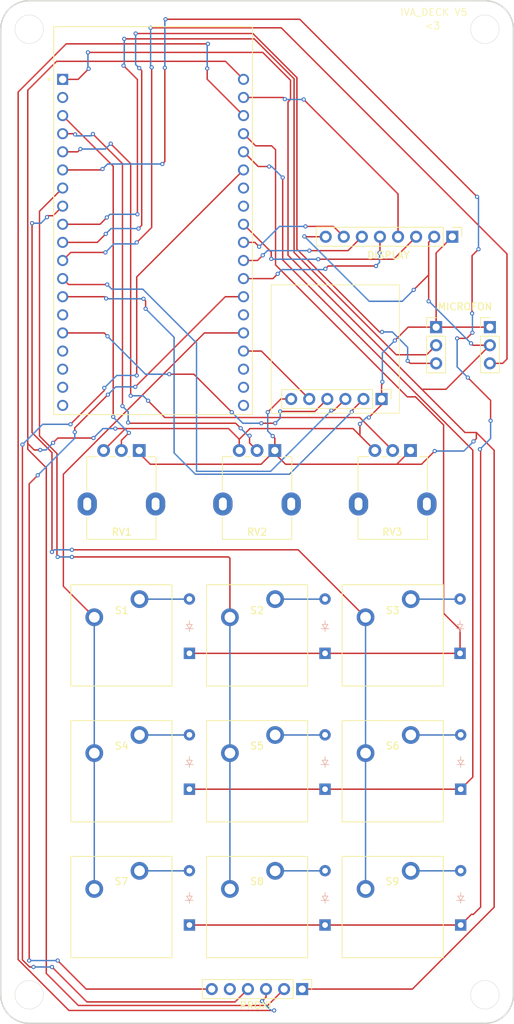
<source format=kicad_pcb>
(kicad_pcb (version 20240108) (generator "pcbnew") (generator_version "8.0")
  (layers (0 "F.Cu" signal) (31 "B.Cu" signal) (34 "B.Paste" user) (35 "F.Paste" user) (36 "B.SilkS" user "B.Silkscreen") (37 "F.SilkS" user "F.Silkscreen") (38 "B.Mask" user) (39 "F.Mask" user) (44 "Edge.Cuts" user))
  (net 0 "")
  (net 1 "row 1")
  (net 2 "Net-(D1-A)")
  (net 3 "Net-(D2-A)")
  (net 4 "Net-(D3-A)")
  (net 5 "Net-(D4-A)")
  (net 6 "row 2")
  (net 7 "Net-(D5-A)")
  (net 8 "Net-(D6-A)")
  (net 9 "row 3")
  (net 10 "Net-(D7-A)")
  (net 11 "Net-(D8-A)")
  (net 12 "Net-(D9-A)")
  (net 13 "vol 1")
  (net 14 "vol 2")
  (net 15 "vol 3")
  (net 16 "col 1")
  (net 17 "col 2")
  (net 18 "col 3")
  (net 19 "D_SDA")
  (net 20 "D_SCL")
  (net 21 "D_DC")
  (net 23 "D_RST")
  (net 27 "C_clk")
  (net 30 "M_SCK")
  (net 33 "M_WS")
  (net 34 "M_SD")
  (net 36 "P_SCL")
  (net 37 "C_vcc")
  (net 38 "C_gnd")
  (net 39 "C_cs")
  (net 40 "C_miso")
  (net 41 "C_mosi")
  (net 42 "P_XSHUT")
  (net 43 "vcc_5v")
  (net 44 "P_GPIO1")
  (net 45 "P_SDA")
  (net 46 "D_CS")
  (footprint "Potentiometer_THT:Potentiometer_Alpha_RD901F-40-00D_Single_Vertical" (layer "F.Cu") (at 99.45 78.075 -90)
    (property "Reference" "RV1")
    (property "Value" "R_Potentiometer" (hide yes))
  )
  (footprint "ScottoKeebs_MX:MX_PCB_1.00u" (layer "F.Cu") (at 96.95 104)
    (property "Reference" "S1")
    (property "Value" "Keyswitch")
  )
  (footprint "Potentiometer_THT:Potentiometer_Alpha_RD901F-40-00D_Single_Vertical" (layer "F.Cu") (at 137.55 78.075 -90)
    (property "Reference" "RV3")
    (property "Value" "R_Potentiometer" (hide yes))
  )
  (footprint "ESP32-DEVKITC-32D:MODULE_ESP32-DEVKITC-32D" (layer "F.Cu") (at 101.4 45.79)
    (property "Reference" "U3" (hide yes))
    (property "Value" "ESP32-DEVKITC-32D" (hide yes))
  )
  (footprint "Connector_PinHeader_2.54mm:PinHeader_1x03_P2.54mm_Vertical" (layer "F.Cu") (at 141.15 60.775)
    (property "Reference" "MICROFON")
    (property "Value" "IMNP441_stanga" (hide yes))
  )
  (footprint "Connector_PinHeader_2.54mm:PinHeader_1x06_P2.54mm_Vertical" (layer "F.Cu") (at 133.49 70.85 -90)
    (property "Reference" "J2" (hide yes))
    (property "Value" "Card_reader" (hide yes))
  )
  (footprint "Connector_PinHeader_2.54mm:PinHeader_1x08_P2.54mm_Vertical" (layer "F.Cu") (at 143.42 48.1 -90)
    (property "Reference" "DISPLAY")
    (property "Value" "ST7789" (hide yes))
  )
  (footprint "ScottoKeebs_MX:MX_PCB_1.00u" (layer "F.Cu") (at 135.05 123.05)
    (property "Reference" "S6")
    (property "Value" "Keyswitch")
  )
  (footprint "Connector_PinHeader_2.54mm:PinHeader_1x06_P2.54mm_Vertical" (layer "F.Cu") (at 122.34 153.6 -90)
    (property "Reference" "PROXI")
    (property "Value" "VL53L0X" (hide yes))
  )
  (footprint "ScottoKeebs_MX:MX_PCB_1.00u" (layer "F.Cu") (at 96.95 142.1)
    (property "Reference" "S7")
    (property "Value" "Keyswitch")
  )
  (footprint "ScottoKeebs_MX:MX_PCB_1.00u" (layer "F.Cu") (at 116 104)
    (property "Reference" "S2")
    (property "Value" "Keyswitch")
  )
  (footprint "ScottoKeebs_MX:MX_PCB_1.00u" (layer "F.Cu") (at 135.05 142.1)
    (property "Reference" "S9")
    (property "Value" "Keyswitch")
  )
  (footprint "Potentiometer_THT:Potentiometer_Alpha_RD901F-40-00D_Single_Vertical" (layer "F.Cu") (at 118.5 78.075 -90)
    (property "Reference" "RV2")
    (property "Value" "R_Potentiometer" (hide yes))
  )
  (footprint "Connector_PinHeader_2.54mm:PinHeader_1x03_P2.54mm_Vertical" (layer "F.Cu") (at 148.7 60.775)
    (property "Reference" "J4" (hide yes))
    (property "Value" "IMNP441_Dreapta" (hide yes))
  )
  (footprint "ScottoKeebs_MX:MX_PCB_1.00u" (layer "F.Cu") (at 116 123.05)
    (property "Reference" "S5")
    (property "Value" "Keyswitch")
  )
  (footprint "ScottoKeebs_MX:MX_PCB_1.00u" (layer "F.Cu") (at 135.05 104)
    (property "Reference" "S3")
    (property "Value" "Keyswitch")
  )
  (footprint "ScottoKeebs_MX:MX_PCB_1.00u" (layer "F.Cu") (at 116 142.1)
    (property "Reference" "S8")
    (property "Value" "Keyswitch")
  )
  (footprint "ScottoKeebs_MX:MX_PCB_1.00u" (layer "F.Cu") (at 96.95 123.05)
    (property "Reference" "S4")
    (property "Value" "Keyswitch")
  )
  (footprint "ScottoKeebs_Scotto:DO-35" (layer "B.Cu") (at 144.6 125.57 90)
    (property "Reference" "D6" (hide yes))
    (property "Value" "Diode" (hide yes))
  )
  (footprint "ScottoKeebs_Scotto:DO-35" (layer "B.Cu") (at 144.6 144.62 90)
    (property "Reference" "D9" (hide yes))
    (property "Value" "Diode" (hide yes))
  )
  (footprint "ScottoKeebs_Scotto:DO-35" (layer "B.Cu") (at 144.51 106.52 90)
    (property "Reference" "D3" (hide yes))
    (property "Value" "Diode" (hide yes))
  )
  (footprint "ScottoKeebs_Scotto:DO-35" (layer "B.Cu") (at 106.5 144.62 90)
    (property "Reference" "D7" (hide yes))
    (property "Value" "Diode" (hide yes))
  )
  (footprint "ScottoKeebs_Scotto:DO-35" (layer "B.Cu") (at 106.5 125.57 90)
    (property "Reference" "D4" (hide yes))
    (property "Value" "Diode" (hide yes))
  )
  (footprint "ScottoKeebs_Scotto:DO-35" (layer "B.Cu") (at 125.55 144.62 90)
    (property "Reference" "D8" (hide yes))
    (property "Value" "Diode" (hide yes))
  )
  (footprint "ScottoKeebs_Scotto:DO-35" (layer "B.Cu") (at 125.55 125.57 90)
    (property "Reference" "D5" (hide yes))
    (property "Value" "Diode" (hide yes))
  )
  (footprint "ScottoKeebs_Scotto:DO-35" (layer "B.Cu") (at 106.5 106.52 90)
    (property "Reference" "D1" (hide yes))
    (property "Value" "Diode" (hide yes))
  )
  (footprint "ScottoKeebs_Scotto:DO-35" (layer "B.Cu") (at 125.55 106.52 90)
    (property "Reference" "D2" (hide yes))
    (property "Value" "Diode" (hide yes))
  )
  (gr_line (start 135.99 54.85) (end 135.99 72.85) (stroke (width 0.1)) (layer "F.SilkS"))
  (gr_line (start 117.99 72.85) (end 117.99 54.85) (stroke (width 0.1)) (layer "F.SilkS"))
  (gr_line (start 117.99 54.85) (end 135.99 54.85) (stroke (width 0.1)) (layer "F.SilkS"))
  (gr_line (start 135.99 72.85) (end 117.99 72.85) (stroke (width 0.1)) (layer "F.SilkS"))
  (gr_arc (start 84 158.4) (mid 81.171573 157.228427) (end 80 154.4) (stroke (width 0.2)) (layer "Edge.Cuts"))
  (gr_circle (center 84 154.4) (end 86 154.4) (stroke (width 0.05)) (fill none) (layer "Edge.Cuts"))
  (gr_circle (center 84 19) (end 86 19) (stroke (width 0.05)) (fill none) (layer "Edge.Cuts"))
  (gr_circle (center 148 19) (end 150 19) (stroke (width 0.05)) (fill none) (layer "Edge.Cuts"))
  (gr_line (start 84 15) (end 148 15) (stroke (width 0.2)) (layer "Edge.Cuts"))
  (gr_arc (start 152 154.4) (mid 150.828427 157.228427) (end 148 158.4) (stroke (width 0.2)) (layer "Edge.Cuts"))
  (gr_circle (center 148 154.4) (end 150 154.4) (stroke (width 0.05)) (fill none) (layer "Edge.Cuts"))
  (gr_arc (start 80 19) (mid 81.171573 16.171573) (end 84 15) (stroke (width 0.2)) (layer "Edge.Cuts"))
  (gr_line (start 80 154.4) (end 80 19) (stroke (width 0.2)) (layer "Edge.Cuts"))
  (gr_line (start 148 158.4) (end 84 158.4) (stroke (width 0.2)) (layer "Edge.Cuts"))
  (gr_line (start 152 19) (end 152 154.4) (stroke (width 0.2)) (layer "Edge.Cuts"))
  (gr_arc (start 148 15) (mid 150.828427 16.171573) (end 152 19) (stroke (width 0.2)) (layer "Edge.Cuts"))
  (gr_text "IVA_DECK V5\n" (at 136.05 17.2 0) (layer "F.SilkS") (effects (font (size 1 1) (thickness 0.1)) (justify left bottom)))
  (gr_text "<3" (at 139.45 19.1 0) (layer "F.SilkS") (effects (font (size 1 1) (thickness 0.1)) (justify left bottom)))
  (segment (start 118.6 35.9) (end 118.05 35.35) (width 0.2) (layer "F.Cu") (net 1))
  (segment (start 144.51 106.52) (end 144.51 103.21) (width 0.2) (layer "F.Cu") (net 1))
  (segment (start 144.51 103.21) (end 142.2 100.9) (width 0.2) (layer "F.Cu") (net 1))
  (segment (start 115.8 35.35) (end 114.1 33.65) (width 0.2) (layer "F.Cu") (net 1))
  (segment (start 142.2 74.5) (end 138.25 70.55) (width 0.2) (layer "F.Cu") (net 1))
  (segment (start 118.6 52.05) (end 118.6 35.9) (width 0.2) (layer "F.Cu") (net 1))
  (segment (start 138.25 70.55) (end 137.1 70.55) (width 0.2) (layer "F.Cu") (net 1))
  (segment (start 106.5 106.52) (end 125.55 106.52) (width 0.2) (layer "F.Cu") (net 1))
  (segment (start 142.2 100.9) (end 142.2 74.5) (width 0.2) (layer "F.Cu") (net 1))
  (segment (start 118.05 35.35) (end 115.8 35.35) (width 0.2) (layer "F.Cu") (net 1))
  (segment (start 137.1 70.55) (end 118.6 52.05) (width 0.2) (layer "F.Cu") (net 1))
  (segment (start 125.55 106.52) (end 144.51 106.52) (width 0.2) (layer "F.Cu") (net 1))
  (segment (start 106.48 98.92) (end 106.5 98.9) (width 0.2) (layer "B.Cu") (net 2))
  (segment (start 99.49 98.92) (end 106.48 98.92) (width 0.2) (layer "B.Cu") (net 2))
  (segment (start 125.53 98.92) (end 125.55 98.9) (width 0.2) (layer "B.Cu") (net 3))
  (segment (start 118.54 98.92) (end 125.53 98.92) (width 0.2) (layer "B.Cu") (net 3))
  (segment (start 144.49 98.92) (end 144.51 98.9) (width 0.2) (layer "B.Cu") (net 4))
  (segment (start 137.59 98.92) (end 144.49 98.92) (width 0.2) (layer "B.Cu") (net 4))
  (segment (start 99.49 117.97) (end 106.48 117.97) (width 0.2) (layer "B.Cu") (net 5))
  (segment (start 106.48 117.97) (end 106.5 117.95) (width 0.2) (layer "B.Cu") (net 5))
  (segment (start 116.16 38.25) (end 114.1 36.19) (width 0.2) (layer "F.Cu") (net 6))
  (segment (start 138.415686 70.15) (end 138.4 70.15) (width 0.2) (layer "F.Cu") (net 6))
  (segment (start 144.6 125.57) (end 146.3 123.87) (width 0.2) (layer "F.Cu") (net 6))
  (segment (start 119.6 51.35) (end 119.6 39.8) (width 0.2) (layer "F.Cu") (net 6))
  (segment (start 117.7 38.25) (end 116.16 38.25) (width 0.2) (layer "F.Cu") (net 6))
  (segment (start 146.3 78.034314) (end 138.415686 70.15) (width 0.2) (layer "F.Cu") (net 6))
  (segment (start 125.55 125.57) (end 144.6 125.57) (width 0.2) (layer "F.Cu") (net 6))
  (segment (start 138.4 70.15) (end 119.6 51.35) (width 0.2) (layer "F.Cu") (net 6))
  (segment (start 146.3 123.87) (end 146.3 78.034314) (width 0.2) (layer "F.Cu") (net 6))
  (segment (start 106.5 125.57) (end 125.55 125.57) (width 0.2) (layer "F.Cu") (net 6))
  (via (at 119.6 39.8) (size 0.6) (drill 0.3) (layers "F.Cu" "B.Cu") (net 6))
  (via (at 117.7 38.25) (size 0.6) (drill 0.3) (layers "F.Cu" "B.Cu") (net 6))
  (segment (start 118.05 38.25) (end 117.7 38.25) (width 0.2) (layer "B.Cu") (net 6))
  (segment (start 119.6 39.8) (end 118.05 38.25) (width 0.2) (layer "B.Cu") (net 6))
  (segment (start 118.54 117.97) (end 125.53 117.97) (width 0.2) (layer "B.Cu") (net 7))
  (segment (start 125.53 117.97) (end 125.55 117.95) (width 0.2) (layer "B.Cu") (net 7))
  (segment (start 144.58 117.97) (end 144.6 117.95) (width 0.2) (layer "B.Cu") (net 8))
  (segment (start 137.59 117.97) (end 144.58 117.97) (width 0.2) (layer "B.Cu") (net 8))
  (segment (start 146.2 50.75) (end 147.1 49.85) (width 0.2) (layer "F.Cu") (net 9))
  (segment (start 122 17.6) (end 103.15 17.6) (width 0.2) (layer "F.Cu") (net 9))
  (segment (start 147.4 142.1) (end 146.38 143.12) (width 0.2) (layer "F.Cu") (net 9))
  (segment (start 94.17 38.73) (end 88.7 38.73) (width 0.2) (layer "F.Cu") (net 9))
  (segment (start 103.05 24.4) (end 103.05 37.55) (width 0.2) (layer "F.Cu") (net 9))
  (segment (start 147.4 78) (end 147.4 142.1) (width 0.2) (layer "F.Cu") (net 9))
  (segment (start 146.2 58.85) (end 146.2 50.75) (width 0.2) (layer "F.Cu") (net 9))
  (segment (start 144.1 62.35) (end 145.45 62.35) (width 0.2) (layer "F.Cu") (net 9))
  (segment (start 147.3 77.9) (end 147.4 78) (width 0.2) (layer "F.Cu") (net 9))
  (segment (start 146.38 143.12) (end 146.1 143.12) (width 0.2) (layer "F.Cu") (net 9))
  (segment (start 146.1 143.12) (end 144.6 144.62) (width 0.2) (layer "F.Cu") (net 9))
  (segment (start 146.9 42.5) (end 122 17.6) (width 0.2) (layer "F.Cu") (net 9))
  (segment (start 94.3 38.6) (end 94.17 38.73) (width 0.2) (layer "F.Cu") (net 9))
  (segment (start 148.8 73.9) (end 148.8 71.05) (width 0.2) (layer "F.Cu") (net 9))
  (segment (start 145.45 62.35) (end 146.25 61.55) (width 0.2) (layer "F.Cu") (net 9))
  (segment (start 125.55 144.62) (end 144.6 144.62) (width 0.2) (layer "F.Cu") (net 9))
  (segment (start 148.8 71.05) (end 145.6 67.85) (width 0.2) (layer "F.Cu") (net 9))
  (segment (start 103.05 37.55) (end 102.7 37.9) (width 0.2) (layer "F.Cu") (net 9))
  (segment (start 106.5 144.62) (end 125.55 144.62) (width 0.2) (layer "F.Cu") (net 9))
  (via (at 147.1 49.85) (size 0.6) (drill 0.3) (layers "F.Cu" "B.Cu") (net 9))
  (via (at 147.3 77.9) (size 0.6) (drill 0.3) (layers "F.Cu" "B.Cu") (net 9))
  (via (at 144.1 62.35) (size 0.6) (drill 0.3) (layers "F.Cu" "B.Cu") (net 9))
  (via (at 146.9 42.5) (size 0.6) (drill 0.3) (layers "F.Cu" "B.Cu") (net 9))
  (via (at 145.6 67.85) (size 0.6) (drill 0.3) (layers "F.Cu" "B.Cu") (net 9))
  (via (at 102.7 37.9) (size 0.6) (drill 0.3) (layers "F.Cu" "B.Cu") (net 9))
  (via (at 148.8 73.9) (size 0.6) (drill 0.3) (layers "F.Cu" "B.Cu") (net 9))
  (via (at 103.15 17.6) (size 0.6) (drill 0.3) (layers "F.Cu" "B.Cu") (net 9))
  (via (at 94.3 38.6) (size 0.6) (drill 0.3) (layers "F.Cu" "B.Cu") (net 9))
  (via (at 146.2 58.85) (size 0.6) (drill 0.3) (layers "F.Cu" "B.Cu") (net 9))
  (via (at 146.25 61.55) (size 0.6) (drill 0.3) (layers "F.Cu" "B.Cu") (net 9))
  (via (at 103.05 24.4) (size 0.6) (drill 0.3) (layers "F.Cu" "B.Cu") (net 9))
  (segment (start 146.25 61.55) (end 146.25 58.9) (width 0.2) (layer "B.Cu") (net 9))
  (segment (start 147.1 49.85) (end 147.1 42.7) (width 0.2) (layer "B.Cu") (net 9))
  (segment (start 147.1 42.7) (end 146.9 42.5) (width 0.2) (layer "B.Cu") (net 9))
  (segment (start 102.7 37.9) (end 95 37.9) (width 0.2) (layer "B.Cu") (net 9))
  (segment (start 146.25 58.9) (end 146.2 58.85) (width 0.2) (layer "B.Cu") (net 9))
  (segment (start 144.1 66.35) (end 144.1 62.35) (width 0.2) (layer "B.Cu") (net 9))
  (segment (start 95 37.9) (end 94.3 38.6) (width 0.2) (layer "B.Cu") (net 9))
  (segment (start 147.3 77.9) (end 148.8 76.4) (width 0.2) (layer "B.Cu") (net 9))
  (segment (start 148.8 76.4) (end 148.8 73.9) (width 0.2) (layer "B.Cu") (net 9))
  (segment (start 145.6 67.85) (end 144.1 66.35) (width 0.2) (layer "B.Cu") (net 9))
  (segment (start 103.05 17.7) (end 103.05 24.4) (width 0.2) (layer "B.Cu") (net 9))
  (segment (start 103.15 17.6) (end 103.05 17.7) (width 0.2) (layer "B.Cu") (net 9))
  (segment (start 99.49 137.02) (end 106.48 137.02) (width 0.2) (layer "B.Cu") (net 10))
  (segment (start 106.48 137.02) (end 106.5 137) (width 0.2) (layer "B.Cu") (net 10))
  (segment (start 118.54 137.02) (end 125.53 137.02) (width 0.2) (layer "B.Cu") (net 11))
  (segment (start 125.53 137.02) (end 125.55 137) (width 0.2) (layer "B.Cu") (net 11))
  (segment (start 144.58 137.02) (end 144.6 137) (width 0.2) (layer "B.Cu") (net 12))
  (segment (start 137.59 137.02) (end 144.58 137.02) (width 0.2) (layer "B.Cu") (net 12))
  (segment (start 96.95 76.65) (end 98 75.6) (width 0.2) (layer "F.Cu") (net 13))
  (segment (start 96.95 78.075) (end 96.95 76.65) (width 0.2) (layer "F.Cu") (net 13))
  (segment (start 95.8 38.21) (end 88.7 31.11) (width 0.2) (layer "F.Cu") (net 13))
  (segment (start 95.8 73.35) (end 95.8 38.21) (width 0.2) (layer "F.Cu") (net 13))
  (via (at 95.8 73.35) (size 0.6) (drill 0.3) (layers "F.Cu" "B.Cu") (net 13))
  (via (at 98 75.6) (size 0.6) (drill 0.3) (layers "F.Cu" "B.Cu") (net 13))
  (segment (start 98 75.6) (end 95.8 73.4) (width 0.2) (layer "B.Cu") (net 13))
  (segment (start 95.8 73.4) (end 95.8 73.35) (width 0.2) (layer "B.Cu") (net 13))
  (segment (start 97.1 71.85) (end 97.1 37.85) (width 0.2) (layer "F.Cu") (net 14))
  (segment (start 113.7 74.95) (end 113 74.25) (width 0.2) (layer "F.Cu") (net 14))
  (segment (start 113 74.25) (end 98 74.25) (width 0.2) (layer "F.Cu") (net 14))
  (segment (start 90.45 33.75) (end 90.35 33.65) (width 0.2) (layer "F.Cu") (net 14))
  (segment (start 97.1 37.85) (end 92.95 33.7) (width 0.2) (layer "F.Cu") (net 14))
  (segment (start 98 74.25) (end 97.9 74.15) (width 0.2) (layer "F.Cu") (net 14))
  (segment (start 90.35 33.65) (end 88.7 33.65) (width 0.2) (layer "F.Cu") (net 14))
  (segment (start 116 78.075) (end 114.95 77.025) (width 0.2) (layer "F.Cu") (net 14))
  (segment (start 114.95 77.025) (end 114.95 76) (width 0.2) (layer "F.Cu") (net 14))
  (via (at 92.95 33.7) (size 0.6) (drill 0.3) (layers "F.Cu" "B.Cu") (net 14))
  (via (at 97.1 71.85) (size 0.6) (drill 0.3) (layers "F.Cu" "B.Cu") (net 14))
  (via (at 90.45 33.75) (size 0.6) (drill 0.3) (layers "F.Cu" "B.Cu") (net 14))
  (via (at 97.9 74.15) (size 0.6) (drill 0.3) (layers "F.Cu" "B.Cu") (net 14))
  (via (at 114.95 76) (size 0.6) (drill 0.3) (layers "F.Cu" "B.Cu") (net 14))
  (via (at 113.7 74.95) (size 0.6) (drill 0.3) (layers "F.Cu" "B.Cu") (net 14))
  (segment (start 97.9 74.15) (end 97.9 72.65) (width 0.2) (layer "B.Cu") (net 14))
  (segment (start 90.45 33.75) (end 90.65 33.95) (width 0.2) (layer "B.Cu") (net 14))
  (segment (start 97.9 72.65) (end 97.1 71.85) (width 0.2) (layer "B.Cu") (net 14))
  (segment (start 90.65 33.95) (end 92.7 33.95) (width 0.2) (layer "B.Cu") (net 14))
  (segment (start 114.75 76) (end 113.7 74.95) (width 0.2) (layer "B.Cu") (net 14))
  (segment (start 114.95 76) (end 114.75 76) (width 0.2) (layer "B.Cu") (net 14))
  (segment (start 92.7 33.95) (end 92.95 33.7) (width 0.2) (layer "B.Cu") (net 14))
  (segment (start 91.2 35.8) (end 90.81 36.19) (width 0.2) (layer "F.Cu") (net 15))
  (segment (start 98.25 70.4) (end 98.25 37.85) (width 0.2) (layer "F.Cu") (net 15))
  (segment (start 90.81 36.19) (end 88.7 36.19) (width 0.2) (layer "F.Cu") (net 15))
  (segment (start 103.05 73.45) (end 100.7 71.1) (width 0.2) (layer "F.Cu") (net 15))
  (segment (start 130.425 73.45) (end 103.05 73.45) (width 0.2) (layer "F.Cu") (net 15))
  (segment (start 98.25 37.85) (end 95.45 35.05) (width 0.2) (layer "F.Cu") (net 15))
  (segment (start 135.05 78.075) (end 130.425 73.45) (width 0.2) (layer "F.Cu") (net 15))
  (via (at 91.2 35.8) (size 0.6) (drill 0.3) (layers "F.Cu" "B.Cu") (net 15))
  (via (at 95.45 35.05) (size 0.6) (drill 0.3) (layers "F.Cu" "B.Cu") (net 15))
  (via (at 98.25 70.4) (size 0.6) (drill 0.3) (layers "F.Cu" "B.Cu") (net 15))
  (via (at 100.7 71.1) (size 0.6) (drill 0.3) (layers "F.Cu" "B.Cu") (net 15))
  (segment (start 100 70.4) (end 98.25 70.4) (width 0.2) (layer "B.Cu") (net 15))
  (segment (start 91.2 35.8) (end 94.7 35.8) (width 0.2) (layer "B.Cu") (net 15))
  (segment (start 100.7 71.1) (end 100 70.4) (width 0.2) (layer "B.Cu") (net 15))
  (segment (start 94.7 35.8) (end 95.45 35.05) (width 0.2) (layer "B.Cu") (net 15))
  (segment (start 108.61 61.59) (end 114.1 61.59) (width 0.2) (layer "F.Cu") (net 16))
  (segment (start 88.8 97.12) (end 88.8 81.4) (width 0.2) (layer "F.Cu") (net 16))
  (segment (start 93.14 101.46) (end 88.8 97.12) (width 0.2) (layer "F.Cu") (net 16))
  (segment (start 88.8 81.4) (end 108.61 61.59) (width 0.2) (layer "F.Cu") (net 16))
  (segment (start 93.14 120.51) (end 93.14 139.56) (width 0.2) (layer "B.Cu") (net 16))
  (segment (start 93.14 101.46) (end 93.14 120.51) (width 0.2) (layer "B.Cu") (net 16))
  (segment (start 85.45 76.05) (end 85.45 44.52) (width 0.2) (layer "F.Cu") (net 17))
  (segment (start 85.45 44.52) (end 88.7 41.27) (width 0.2) (layer "F.Cu") (net 17))
  (segment (start 112 93) (end 90 93) (width 0.2) (layer "F.Cu") (net 17))
  (segment (start 112.19 97) (end 112.19 101.46) (width 0.2) (layer "F.Cu") (net 17))
  (segment (start 87.9 78.5) (end 85.45 76.05) (width 0.2) (layer "F.Cu") (net 17))
  (segment (start 112.19 97) (end 112.19 93.19) (width 0.2) (layer "F.Cu") (net 17))
  (segment (start 112.19 93.19) (end 112 93) (width 0.2) (layer "F.Cu") (net 17))
  (segment (start 87.9 92.9) (end 87.9 78.5) (width 0.2) (layer "F.Cu") (net 17))
  (segment (start 88 93) (end 87.9 92.9) (width 0.2) (layer "F.Cu") (net 17))
  (via (at 90 93) (size 0.6) (drill 0.3) (layers "F.Cu" "B.Cu") (net 17))
  (via (at 88 93) (size 0.6) (drill 0.3) (layers "F.Cu" "B.Cu") (net 17))
  (segment (start 112.19 120.51) (end 112.19 139.56) (width 0.2) (layer "B.Cu") (net 17))
  (segment (start 112.19 101.46) (end 112.19 120.51) (width 0.2) (layer "B.Cu") (net 17))
  (segment (start 90 93) (end 88 93) (width 0.2) (layer "B.Cu") (net 17))
  (segment (start 84.4 75.565686) (end 84.4 46.2) (width 0.2) (layer "F.Cu") (net 18))
  (segment (start 87.2 92.3) (end 87.2 81.117157) (width 0.2) (layer "F.Cu") (net 18))
  (segment (start 124.8 95.02) (end 121.78 92) (width 0.2) (layer "F.Cu") (net 18))
  (segment (start 86.7 45.15) (end 87.36 45.15) (width 0.2) (layer "F.Cu") (net 18))
  (segment (start 87.36 45.15) (end 88.7 43.81) (width 0.2) (layer "F.Cu") (net 18))
  (segment (start 121.78 92) (end 90 92) (width 0.2) (layer "F.Cu") (net 18))
  (segment (start 87.2 81.117157) (end 87.2 78.365686) (width 0.2) (layer "F.Cu") (net 18))
  (segment (start 87.2 78.365686) (end 84.4 75.565686) (width 0.2) (layer "F.Cu") (net 18))
  (segment (start 124.8 95.02) (end 131.24 101.46) (width 0.2) (layer "F.Cu") (net 18))
  (segment (start 86.5 45.35) (end 86.7 45.15) (width 0.2) (layer "F.Cu") (net 18))
  (via (at 84.4 46.2) (size 0.6) (drill 0.3) (layers "F.Cu" "B.Cu") (net 18))
  (via (at 90 92) (size 0.6) (drill 0.3) (layers "F.Cu" "B.Cu") (net 18))
  (via (at 86.5 45.35) (size 0.6) (drill 0.3) (layers "F.Cu" "B.Cu") (net 18))
  (via (at 87.2 92.3) (size 0.6) (drill 0.3) (layers "F.Cu" "B.Cu") (net 18))
  (segment (start 131.24 120.51) (end 131.24 139.56) (width 0.2) (layer "B.Cu") (net 18))
  (segment (start 131.24 101.46) (end 131.24 120.51) (width 0.2) (layer "B.Cu") (net 18))
  (segment (start 85.65 46.2) (end 86.5 45.35) (width 0.2) (layer "B.Cu") (net 18))
  (segment (start 87.2 92.3) (end 87.5 92) (width 0.2) (layer "B.Cu") (net 18))
  (segment (start 84.4 46.2) (end 85.65 46.2) (width 0.2) (layer "B.Cu") (net 18))
  (segment (start 87.5 92) (end 90 92) (width 0.2) (layer "B.Cu") (net 18))
  (segment (start 135.8 42.1) (end 122.55 28.85) (width 0.2) (layer "F.Cu") (net 19))
  (segment (start 135.8 48.1) (end 135.8 42.1) (width 0.2) (layer "F.Cu") (net 19))
  (segment (start 119.9 28.8) (end 119.67 28.57) (width 0.2) (layer "F.Cu") (net 19))
  (segment (start 119.67 28.57) (end 114.1 28.57) (width 0.2) (layer "F.Cu") (net 19))
  (via (at 122.55 28.85) (size 0.6) (drill 0.3) (layers "F.Cu" "B.Cu") (net 19))
  (via (at 119.9 28.8) (size 0.6) (drill 0.3) (layers "F.Cu" "B.Cu") (net 19))
  (segment (start 122.55 28.85) (end 119.95 28.85) (width 0.2) (layer "B.Cu") (net 19))
  (segment (start 119.95 28.85) (end 119.9 28.8) (width 0.2) (layer "B.Cu") (net 19))
  (segment (start 135.19 51.25) (end 124.6 51.25) (width 0.2) (layer "F.Cu") (net 20))
  (segment (start 138.34 48.1) (end 135.19 51.25) (width 0.2) (layer "F.Cu") (net 20))
  (segment (start 118 50.25) (end 114.1 46.35) (width 0.2) (layer "F.Cu") (net 20))
  (segment (start 118 51.2) (end 118 50.25) (width 0.2) (layer "F.Cu") (net 20))
  (via (at 118 51.2) (size 0.6) (drill 0.3) (layers "F.Cu" "B.Cu") (net 20))
  (via (at 124.6 51.25) (size 0.6) (drill 0.3) (layers "F.Cu" "B.Cu") (net 20))
  (segment (start 118.05 51.25) (end 118 51.2) (width 0.2) (layer "B.Cu") (net 20))
  (segment (start 124.6 51.25) (end 118.05 51.25) (width 0.2) (layer "B.Cu") (net 20))
  (segment (start 128.77 50.05) (end 123.35 50.05) (width 0.2) (layer "F.Cu") (net 21))
  (segment (start 116.07 51.43) (end 114.1 51.43) (width 0.2) (layer "F.Cu") (net 21))
  (segment (start 130.72 48.1) (end 128.77 50.05) (width 0.2) (layer "F.Cu") (net 21))
  (segment (start 116.8 50.7) (end 116.07 51.43) (width 0.2) (layer "F.Cu") (net 21))
  (via (at 123.35 50.05) (size 0.6) (drill 0.3) (layers "F.Cu" "B.Cu") (net 21))
  (via (at 116.8 50.7) (size 0.6) (drill 0.3) (layers "F.Cu" "B.Cu") (net 21))
  (segment (start 123.35 50.05) (end 117.45 50.05) (width 0.2) (layer "B.Cu") (net 21))
  (segment (start 117.45 50.05) (end 116.8 50.7) (width 0.2) (layer "B.Cu") (net 21))
  (segment (start 133.26 48.1) (end 133.26 50.29) (width 0.2) (layer "F.Cu") (net 23))
  (segment (start 132.7 52.2) (end 126 52.2) (width 0.2) (layer "F.Cu") (net 23))
  (segment (start 118.9 53.3) (end 118.23 53.97) (width 0.2) (layer "F.Cu") (net 23))
  (segment (start 118.23 53.97) (end 114.1 53.97) (width 0.2) (layer "F.Cu") (net 23))
  (segment (start 133.26 50.29) (end 133.2 50.35) (width 0.2) (layer "F.Cu") (net 23))
  (segment (start 126 52.2) (end 125.6 52.6) (width 0.2) (layer "F.Cu") (net 23))
  (via (at 132.7 52.2) (size 0.6) (drill 0.3) (layers "F.Cu" "B.Cu") (net 23))
  (via (at 118.9 53.3) (size 0.6) (drill 0.3) (layers "F.Cu" "B.Cu") (net 23))
  (via (at 133.2 50.35) (size 0.6) (drill 0.3) (layers "F.Cu" "B.Cu") (net 23))
  (via (at 125.6 52.6) (size 0.6) (drill 0.3) (layers "F.Cu" "B.Cu") (net 23))
  (segment (start 119.5 52.7) (end 118.9 53.3) (width 0.2) (layer "B.Cu") (net 23))
  (segment (start 133.2 50.35) (end 133.2 51.7) (width 0.2) (layer "B.Cu") (net 23))
  (segment (start 125.5 52.7) (end 119.5 52.7) (width 0.2) (layer "B.Cu") (net 23))
  (segment (start 125.6 52.6) (end 125.5 52.7) (width 0.2) (layer "B.Cu") (net 23))
  (segment (start 133.2 51.7) (end 132.7 52.2) (width 0.2) (layer "B.Cu") (net 23))
  (segment (start 94.95 54.8) (end 89.53 54.8) (width 0.2) (layer "F.Cu") (net 27))
  (segment (start 126.81 72.45) (end 126.45 72.45) (width 0.2) (layer "F.Cu") (net 27))
  (segment (start 128.41 70.85) (end 126.81 72.45) (width 0.2) (layer "F.Cu") (net 27))
  (segment (start 89.53 54.8) (end 88.7 53.97) (width 0.2) (layer "F.Cu") (net 27))
  (via (at 126.45 72.45) (size 0.6) (drill 0.3) (layers "F.Cu" "B.Cu") (net 27))
  (via (at 94.95 54.8) (size 0.6) (drill 0.3) (layers "F.Cu" "B.Cu") (net 27))
  (segment (start 107.5 81) (end 107.5 63) (width 0.2) (layer "B.Cu") (net 27))
  (segment (start 95.6 55.45) (end 94.95 54.8) (width 0.2) (layer "B.Cu") (net 27))
  (segment (start 117.9 81) (end 107.5 81) (width 0.2) (layer "B.Cu") (net 27))
  (segment (start 107.5 63) (end 99.95 55.45) (width 0.2) (layer "B.Cu") (net 27))
  (segment (start 99.95 55.45) (end 95.6 55.45) (width 0.2) (layer "B.Cu") (net 27))
  (segment (start 126.45 72.45) (end 117.9 81) (width 0.2) (layer "B.Cu") (net 27))
  (segment (start 133.2 61.45) (end 121.6 49.85) (width 0.2) (layer "F.Cu") (net 30))
  (segment (start 93.56 48.89) (end 88.7 48.89) (width 0.2) (layer "F.Cu") (net 30))
  (segment (start 141.15 65.855) (end 137.505 65.855) (width 0.2) (layer "F.Cu") (net 30))
  (segment (start 99.45 24.45) (end 99.8 24.8) (width 0.2) (layer "F.Cu") (net 30))
  (segment (start 121.6 25.784314) (end 115.415686 19.6) (width 0.2) (layer "F.Cu") (net 30))
  (segment (start 137.505 65.855) (end 137.15 65.5) (width 0.2) (layer "F.Cu") (net 30))
  (segment (start 121.6 49.85) (end 121.6 25.784314) (width 0.2) (layer "F.Cu") (net 30))
  (segment (start 99.8 24.8) (end 99.8 46.5) (width 0.2) (layer "F.Cu") (net 30))
  (segment (start 133.55 61.45) (end 133.2 61.45) (width 0.2) (layer "F.Cu") (net 30))
  (segment (start 115.415686 19.6) (end 98.95 19.6) (width 0.2) (layer "F.Cu") (net 30))
  (segment (start 99.8 46.5) (end 99.35 46.95) (width 0.2) (layer "F.Cu") (net 30))
  (segment (start 94.75 47.7) (end 93.56 48.89) (width 0.2) (layer "F.Cu") (net 30))
  (via (at 94.75 47.7) (size 0.6) (drill 0.3) (layers "F.Cu" "B.Cu") (net 30))
  (via (at 99.35 46.95) (size 0.6) (drill 0.3) (layers "F.Cu" "B.Cu") (net 30))
  (via (at 99.45 24.45) (size 0.6) (drill 0.3) (layers "F.Cu" "B.Cu") (net 30))
  (via (at 98.95 19.6) (size 0.6) (drill 0.3) (layers "F.Cu" "B.Cu") (net 30))
  (via (at 137.15 65.5) (size 0.6) (drill 0.3) (layers "F.Cu" "B.Cu") (net 30))
  (via (at 133.55 61.45) (size 0.6) (drill 0.3) (layers "F.Cu" "B.Cu") (net 30))
  (segment (start 99.35 46.95) (end 95.5 46.95) (width 0.2) (layer "B.Cu") (net 30))
  (segment (start 95.5 46.95) (end 94.75 47.7) (width 0.2) (layer "B.Cu") (net 30))
  (segment (start 98.95 19.6) (end 98.95 23.95) (width 0.2) (layer "B.Cu") (net 30))
  (segment (start 134.998529 61.45) (end 133.55 61.45) (width 0.2) (layer "B.Cu") (net 30))
  (segment (start 137.15 63.601471) (end 134.998529 61.45) (width 0.2) (layer "B.Cu") (net 30))
  (segment (start 137.15 65.5) (end 137.15 63.601471) (width 0.2) (layer "B.Cu") (net 30))
  (segment (start 98.95 23.95) (end 99.45 24.45) (width 0.2) (layer "B.Cu") (net 30))
  (segment (start 99.2 26.05) (end 99.2 44.95) (width 0.2) (layer "F.Cu") (net 33))
  (segment (start 139.815 64.65) (end 135.55 64.65) (width 0.2) (layer "F.Cu") (net 33))
  (segment (start 135.55 64.65) (end 121.2 50.3) (width 0.2) (layer "F.Cu") (net 33))
  (segment (start 97.25 24.1) (end 99.2 26.05) (width 0.2) (layer "F.Cu") (net 33))
  (segment (start 94.9 45.4) (end 93.95 46.35) (width 0.2) (layer "F.Cu") (net 33))
  (segment (start 141.15 63.315) (end 139.815 64.65) (width 0.2) (layer "F.Cu") (net 33))
  (segment (start 121.2 25.95) (end 115.6 20.35) (width 0.2) (layer "F.Cu") (net 33))
  (segment (start 93.95 46.35) (end 88.7 46.35) (width 0.2) (layer "F.Cu") (net 33))
  (segment (start 115.6 20.35) (end 97.35 20.35) (width 0.2) (layer "F.Cu") (net 33))
  (segment (start 121.2 50.3) (end 121.2 25.95) (width 0.2) (layer "F.Cu") (net 33))
  (via (at 97.35 20.35) (size 0.6) (drill 0.3) (layers "F.Cu" "B.Cu") (net 33))
  (via (at 94.9 45.4) (size 0.6) (drill 0.3) (layers "F.Cu" "B.Cu") (net 33))
  (via (at 99.2 44.95) (size 0.6) (drill 0.3) (layers "F.Cu" "B.Cu") (net 33))
  (via (at 97.25 24.1) (size 0.6) (drill 0.3) (layers "F.Cu" "B.Cu") (net 33))
  (segment (start 97.35 20.35) (end 97.35 24) (width 0.2) (layer "B.Cu") (net 33))
  (segment (start 95.35 44.95) (end 94.9 45.4) (width 0.2) (layer "B.Cu") (net 33))
  (segment (start 99.2 44.95) (end 95.35 44.95) (width 0.2) (layer "B.Cu") (net 33))
  (segment (start 97.35 24) (end 97.25 24.1) (width 0.2) (layer "B.Cu") (net 33))
  (segment (start 151.1 65.25) (end 151.1 50.5) (width 0.2) (layer "F.Cu") (net 34))
  (segment (start 148.7 65.855) (end 150.495 65.855) (width 0.2) (layer "F.Cu") (net 34))
  (segment (start 101.2 24.35) (end 101.2 46.8) (width 0.2) (layer "F.Cu") (net 34))
  (segment (start 151.1 50.5) (end 119.4 18.8) (width 0.2) (layer "F.Cu") (net 34))
  (segment (start 94.7 50.3) (end 89.83 50.3) (width 0.2) (layer "F.Cu") (net 34))
  (segment (start 89.83 50.3) (end 88.7 51.43) (width 0.2) (layer "F.Cu") (net 34))
  (segment (start 150.495 65.855) (end 151.1 65.25) (width 0.2) (layer "F.Cu") (net 34))
  (segment (start 101.2 46.8) (end 99.1 48.9) (width 0.2) (layer "F.Cu") (net 34))
  (segment (start 119.4 18.8) (end 101.05 18.8) (width 0.2) (layer "F.Cu") (net 34))
  (via (at 94.7 50.3) (size 0.6) (drill 0.3) (layers "F.Cu" "B.Cu") (net 34))
  (via (at 101.2 24.35) (size 0.6) (drill 0.3) (layers "F.Cu" "B.Cu") (net 34))
  (via (at 99.1 48.9) (size 0.6) (drill 0.3) (layers "F.Cu" "B.Cu") (net 34))
  (via (at 101.05 18.8) (size 0.6) (drill 0.3) (layers "F.Cu" "B.Cu") (net 34))
  (segment (start 101.05 18.8) (end 101.05 24.2) (width 0.2) (layer "B.Cu") (net 34))
  (segment (start 98.9 49.1) (end 95.9 49.1) (width 0.2) (layer "B.Cu") (net 34))
  (segment (start 99.1 48.9) (end 98.9 49.1) (width 0.2) (layer "B.Cu") (net 34))
  (segment (start 101.05 24.2) (end 101.2 24.35) (width 0.2) (layer "B.Cu") (net 34))
  (segment (start 95.9 49.1) (end 94.7 50.3) (width 0.2) (layer "B.Cu") (net 34))
  (segment (start 109 24.5) (end 109 26.01) (width 0.2) (layer "F.Cu") (net 36))
  (segment (start 118.426346 156.6) (end 118.4 156.6) (width 0.2) (layer "F.Cu") (net 36))
  (segment (start 82.45 27.8) (end 89.2 21.05) (width 0.2) (layer "F.Cu") (net 36))
  (segment (start 82.45 149.464215) (end 82.45 27.8) (width 0.2) (layer "F.Cu") (net 36))
  (segment (start 118.4 156.6) (end 89.585785 156.6) (width 0.2) (layer "F.Cu") (net 36))
  (segment (start 109 26.01) (end 114.1 31.11) (width 0.2) (layer "F.Cu") (net 36))
  (segment (start 89.585785 156.6) (end 82.45 149.464215) (width 0.2) (layer "F.Cu") (net 36))
  (segment (start 89.2 21.05) (end 109.1 21.05) (width 0.2) (layer "F.Cu") (net 36))
  (segment (start 117.26 154.74) (end 116.7 155.3) (width 0.2) (layer "F.Cu") (net 36))
  (segment (start 117.26 153.6) (end 117.26 154.74) (width 0.2) (layer "F.Cu") (net 36))
  (via (at 118.4 156.6) (size 0.6) (drill 0.3) (layers "F.Cu" "B.Cu") (net 36))
  (via (at 109.1 21.05) (size 0.6) (drill 0.3) (layers "F.Cu" "B.Cu") (net 36))
  (via (at 116.7 155.3) (size 0.6) (drill 0.3) (layers "F.Cu" "B.Cu") (net 36))
  (via (at 109 24.5) (size 0.6) (drill 0.3) (layers "F.Cu" "B.Cu") (net 36))
  (segment (start 109.1 21.05) (end 109 21.15) (width 0.2) (layer "B.Cu") (net 36))
  (segment (start 118 156.6) (end 118.4 156.6) (width 0.2) (layer "B.Cu") (net 36))
  (segment (start 116.7 155.3) (end 118 156.6) (width 0.2) (layer "B.Cu") (net 36))
  (segment (start 109 21.15) (end 109 24.5) (width 0.2) (layer "B.Cu") (net 36))
  (segment (start 118.2 76.05) (end 118.5 76.35) (width 0.2) (layer "F.Cu") (net 37))
  (segment (start 146.05 63.05) (end 146.315 63.315) (width 0.2) (layer "F.Cu") (net 37))
  (segment (start 99.45 78.45) (end 101 80) (width 0.2) (layer "F.Cu") (net 37))
  (segment (start 140.1 53.45) (end 140.1 52.4) (width 0.2) (layer "F.Cu") (net 37))
  (segment (start 145.2 75.55) (end 138.675 69.025) (width 0.2) (layer "F.Cu") (net 37))
  (segment (start 137.82 153.6) (end 149.3 142.12) (width 0.2) (layer "F.Cu") (net 37))
  (segment (start 149.3 78.05) (end 146.8 75.55) (width 0.2) (layer "F.Cu") (net 37))
  (segment (start 135.625 80) (end 137.55 78.075) (width 0.2) (layer "F.Cu") (net 37))
  (segment (start 120.7 26.15) (end 116.8 22.25) (width 0.2) (layer "F.Cu") (net 37))
  (segment (start 146.8 76.4) (end 146.8 75.55) (width 0.2) (layer "F.Cu") (net 37))
  (segment (start 106 80) (end 116.575 80) (width 0.2) (layer "F.Cu") (net 37))
  (segment (start 120.35 50.7) (end 120.35 29.198529) (width 0.2) (layer "F.Cu") (net 37))
  (segment (start 116.575 80) (end 118.5 78.075) (width 0.2) (layer "F.Cu") (net 37))
  (segment (start 140.88 48.1) (end 140.1 48.88) (width 0.2) (layer "F.Cu") (net 37))
  (segment (start 120.35 29.198529) (end 120.7 28.848529) (width 0.2) (layer "F.Cu") (net 37))
  (segment (start 148.7 63.315) (end 142.525 69.49) (width 0.2) (layer "F.Cu") (net 37))
  (segment (start 138 55.55) (end 140.1 53.45) (width 0.2) (layer "F.Cu") (net 37))
  (segment (start 139.14 69.49) (end 138.675 69.025) (width 0.2) (layer "F.Cu") (net 37))
  (segment (start 142.525 69.49) (end 139.14 69.49) (width 0.2) (layer "F.Cu") (net 37))
  (segment (start 122.34 153.6) (end 137.82 153.6) (width 0.2) (layer "F.Cu") (net 37))
  (segment (start 146.4 76.8) (end 146.8 76.4) (width 0.2) (layer "F.Cu") (net 37))
  (segment (start 120.7 28.848529) (end 120.7 26.15) (width 0.2) (layer "F.Cu") (net 37))
  (segment (start 146.315 63.315) (end 148.7 63.315) (width 0.2) (layer "F.Cu") (net 37))
  (segment (start 135.625 80) (end 139.1 80) (width 0.2) (layer "F.Cu") (net 37))
  (segment (start 101 80) (end 106 80) (width 0.2) (layer "F.Cu") (net 37))
  (segment (start 120 80) (end 135.625 80) (width 0.2) (layer "F.Cu") (net 37))
  (segment (start 99.45 78.075) (end 99.45 78.45) (width 0.2) (layer "F.Cu") (net 37))
  (segment (start 118.5 78.075) (end 118.5 78.5) (width 0.2) (layer "F.Cu") (net 37))
  (segment (start 139.1 80) (end 140.95 78.15) (width 0.2) (layer "F.Cu") (net 37))
  (segment (start 146.8 75.55) (end 145.2 75.55) (width 0.2) (layer "F.Cu") (net 37))
  (segment (start 120.79 70.85) (end 119.35 70.85) (width 0.2) (layer "F.Cu") (net 37))
  (segment (start 140.1 52.4) (end 140.1 57.15) (width 0.2) (layer "F.Cu") (net 37))
  (segment (start 90.87 26.03) (end 88.7 26.03) (width 0.2) (layer "F.Cu") (net 37))
  (segment (start 122.65 48.05) (end 122.7 48.1) (width 0.2) (layer "F.Cu") (net 37))
  (segment (start 118.5 76.35) (end 118.5 78.075) (width 0.2) (layer "F.Cu") (net 37))
  (segment (start 149.3 142.12) (end 149.3 78.05) (width 0.2) (layer "F.Cu") (net 37))
  (segment (start 116.8 22.25) (end 92.25 22.25) (width 0.2) (layer "F.Cu") (net 37))
  (segment (start 118.5 78.5) (end 120 80) (width 0.2) (layer "F.Cu") (net 37))
  (segment (start 122.7 48.1) (end 125.64 48.1) (width 0.2) (layer "F.Cu") (net 37))
  (segment (start 140.1 48.88) (end 140.1 52.4) (width 0.2) (layer "F.Cu") (net 37))
  (segment (start 92.35 24.55) (end 90.87 26.03) (width 0.2) (layer "F.Cu") (net 37))
  (segment (start 119.35 70.85) (end 117.5 72.7) (width 0.2) (layer "F.Cu") (net 37))
  (segment (start 138.675 69.025) (end 120.35 50.7) (width 0.2) (layer "F.Cu") (net 37))
  (via (at 138 55.55) (size 0.6) (drill 0.3) (layers "F.Cu" "B.Cu") (net 37))
  (via (at 92.25 22.25) (size 0.6) (drill 0.3) (layers "F.Cu" "B.Cu") (net 37))
  (via (at 146.4 76.8) (size 0.6) (drill 0.3) (layers "F.Cu" "B.Cu") (net 37))
  (via (at 140.1 57.15) (size 0.6) (drill 0.3) (layers "F.Cu" "B.Cu") (net 37))
  (via (at 92.35 24.55) (size 0.6) (drill 0.3) (layers "F.Cu" "B.Cu") (net 37))
  (via (at 118.2 76.05) (size 0.6) (drill 0.3) (layers "F.Cu" "B.Cu") (net 37))
  (via (at 122.65 48.05) (size 0.6) (drill 0.3) (layers "F.Cu" "B.Cu") (net 37))
  (via (at 140.95 78.15) (size 0.6) (drill 0.3) (layers "F.Cu" "B.Cu") (net 37))
  (via (at 146.05 63.05) (size 0.6) (drill 0.3) (layers "F.Cu" "B.Cu") (net 37))
  (via (at 117.5 72.7) (size 0.6) (drill 0.3) (layers "F.Cu" "B.Cu") (net 37))
  (segment (start 92.25 22.25) (end 92.25 24.45) (width 0.2) (layer "B.Cu") (net 37))
  (segment (start 145.05 78.15) (end 146.4 76.8) (width 0.2) (layer "B.Cu") (net 37))
  (segment (start 131.75 57.15) (end 136.4 57.15) (width 0.2) (layer "B.Cu") (net 37))
  (segment (start 136.4 57.15) (end 138 55.55) (width 0.2) (layer "B.Cu") (net 37))
  (segment (start 140.1 57.15) (end 140.15 57.15) (width 0.2) (layer "B.Cu") (net 37))
  (segment (start 92.25 24.45) (end 92.35 24.55) (width 0.2) (layer "B.Cu") (net 37))
  (segment (start 117.5 75.35) (end 118.2 76.05) (width 0.2) (layer "B.Cu") (net 37))
  (segment (start 122.65 48.05) (end 131.75 57.15) (width 0.2) (layer "B.Cu") (net 37))
  (segment (start 140.95 78.15) (end 145.05 78.15) (width 0.2) (layer "B.Cu") (net 37))
  (segment (start 117.5 72.7) (end 117.5 75.35) (width 0.2) (layer "B.Cu") (net 37))
  (segment (start 140.15 57.15) (end 146.05 63.05) (width 0.2) (layer "B.Cu") (net 37))
  (segment (start 141.15 60.775) (end 137.225 60.775) (width 0.2) (layer "F.Cu") (net 38))
  (segment (start 83.8 27.55) (end 87.85 23.5) (width 0.2) (layer "F.Cu") (net 38))
  (segment (start 86.4 151.4) (end 86.4 80.5) (width 0.2) (layer "F.Cu") (net 38))
  (segment (start 83.8 77.1) (end 83.8 27.55) (width 0.2) (layer "F.Cu") (net 38))
  (segment (start 130.5375 76.0625) (end 132.55 78.075) (width 0.2) (layer "F.Cu") (net 38))
  (segment (start 130.45 75.975) (end 130.5375 76.0625) (width 0.2) (layer "F.Cu") (net 38))
  (segment (start 112 75) (end 113.5 76.5) (width 0.2) (layer "F.Cu") (net 38))
  (segment (start 130.45 74.35) (end 130.45 75.975) (width 0.2) (layer "F.Cu") (net 38))
  (segment (start 141.15 60.775) (end 141.15 50.37) (width 0.2) (layer "F.Cu") (net 38))
  (segment (start 88.024265 76.325735) (end 87.35 77) (width 0.2) (layer "F.Cu") (net 38))
  (segment (start 85.55 78) (end 84.7 78) (width 0.2) (layer "F.Cu") (net 38))
  (segment (start 133.6 68.75) (end 133.49 68.86) (width 0.2) (layer "F.Cu") (net 38))
  (segment (start 133.49 70.85) (end 133.49 71.66) (width 0.2) (layer "F.Cu") (net 38))
  (segment (start 133.49 71.66) (end 131.7 73.45) (width 0.2) (layer "F.Cu") (net 38))
  (segment (start 97.65 75) (end 112 75) (width 0.2) (layer "F.Cu") (net 38))
  (segment (start 111.57 23.5) (end 114.1 26.03) (width 0.2) (layer "F.Cu") (net 38))
  (segment (start 115 75) (end 129.475 75) (width 0.2) (layer "F.Cu") (net 38))
  (segment (start 97.65 75) (end 96.1 75) (width 0.2) (layer "F.Cu") (net 38))
  (segment (start 86.4 80.5) (end 83.8 77.9) (width 0.2) (layer "F.Cu") (net 38))
  (segment (start 90.9 155.9) (end 86.4 151.4) (width 0.2) (layer "F.Cu") (net 38))
  (segment (start 119.8 153.6) (end 117.5 155.9) (width 0.2) (layer "F.Cu") (net 38))
  (segment (start 133.49 68.86) (end 133.49 70.85) (width 0.2) (layer "F.Cu") (net 38))
  (segment (start 129.475 75) (end 130.5375 76.0625) (width 0.2) (layer "F.Cu") (net 38))
  (segment (start 117.5 155.9) (end 90.9 155.9) (width 0.2) (layer "F.Cu") (net 38))
  (segment (start 93.025735 76.325735) (end 88.024265 76.325735) (width 0.2) (layer "F.Cu") (net 38))
  (segment (start 113.5 76.5) (end 115 75) (width 0.2) (layer "F.Cu") (net 38))
  (segment (start 137.225 60.775) (end 135.35 62.65) (width 0.2) (layer "F.Cu") (net 38))
  (segment (start 87.85 23.5) (end 111.57 23.5) (width 0.2) (layer "F.Cu") (net 38))
  (segment (start 141.15 50.37) (end 143.42 48.1) (width 0.2) (layer "F.Cu") (net 38))
  (segment (start 84.7 78) (end 83.8 77.1) (width 0.2) (layer "F.Cu") (net 38))
  (segment (start 113.5 76.5) (end 113.5 78.075) (width 0.2) (layer "F.Cu") (net 38))
  (segment (start 148.7 60.775) (end 141.15 60.775) (width 0.2) (layer "F.Cu") (net 38))
  (segment (start 83.8 77.9) (end 83.8 77.1) (width 0.2) (layer "F.Cu") (net 38))
  (segment (start 94.45 78.075) (end 97.525 75) (width 0.2) (layer "F.Cu") (net 38))
  (segment (start 97.525 75) (end 97.65 75) (width 0.2) (layer "F.Cu") (net 38))
  (segment (start 133.6 68.45) (end 133.6 68.75) (width 0.2) (layer "F.Cu") (net 38))
  (via (at 87.35 77) (size 0.6) (drill 0.3) (layers "F.Cu" "B.Cu") (net 38))
  (via (at 133.6 68.45) (size 0.6) (drill 0.3) (layers "F.Cu" "B.Cu") (net 38))
  (via (at 85.55 78) (size 0.6) (drill 0.3) (layers "F.Cu" "B.Cu") (net 38))
  (via (at 96.1 75) (size 0.6) (drill 0.3) (layers "F.Cu" "B.Cu") (net 38))
  (via (at 131.7 73.45) (size 0.6) (drill 0.3) (layers "F.Cu" "B.Cu") (net 38))
  (via (at 93.025735 76.325735) (size 0.6) (drill 0.3) (layers "F.Cu" "B.Cu") (net 38))
  (via (at 135.35 62.65) (size 0.6) (drill 0.3) (layers "F.Cu" "B.Cu") (net 38))
  (via (at 130.45 74.35) (size 0.6) (drill 0.3) (layers "F.Cu" "B.Cu") (net 38))
  (segment (start 135.35 62.65) (end 133.6 64.4) (width 0.2) (layer "B.Cu") (net 38))
  (segment (start 133.6 64.4) (end 133.6 68.45) (width 0.2) (layer "B.Cu") (net 38))
  (segment (start 131.35 73.45) (end 130.45 74.35) (width 0.2) (layer "B.Cu") (net 38))
  (segment (start 131.7 73.45) (end 131.35 73.45) (width 0.2) (layer "B.Cu") (net 38))
  (segment (start 86.35 78) (end 85.55 78) (width 0.2) (layer "B.Cu") (net 38))
  (segment (start 96.1 75) (end 94.35147 75) (width 0.2) (layer "B.Cu") (net 38))
  (segment (start 87.35 77) (end 86.35 78) (width 0.2) (layer "B.Cu") (net 38))
  (segment (start 94.35147 75) (end 93.025735 76.325735) (width 0.2) (layer "B.Cu") (net 38))
  (segment (start 123.33 70.85) (end 116.61 64.13) (width 0.2) (layer "F.Cu") (net 39))
  (segment (start 116.61 64.13) (end 114.1 64.13) (width 0.2) (layer "F.Cu") (net 39))
  (segment (start 94.8 56.75) (end 94.56 56.51) (width 0.2) (layer "F.Cu") (net 40))
  (segment (start 94.56 56.51) (end 88.7 56.51) (width 0.2) (layer "F.Cu") (net 40))
  (segment (start 129.3 72.5) (end 129.3 72.65) (width 0.2) (layer "F.Cu") (net 40))
  (segment (start 100.35 57.1) (end 100.05 56.8) (width 0.2) (layer "F.Cu") (net 40))
  (segment (start 130.95 70.85) (end 129.3 72.5) (width 0.2) (layer "F.Cu") (net 40))
  (segment (start 100.35 58.2) (end 100.35 57.1) (width 0.2) (layer "F.Cu") (net 40))
  (via (at 100.05 56.8) (size 0.6) (drill 0.3) (layers "F.Cu" "B.Cu") (net 40))
  (via (at 94.8 56.75) (size 0.6) (drill 0.3) (layers "F.Cu" "B.Cu") (net 40))
  (via (at 129.3 72.65) (size 0.6) (drill 0.3) (layers "F.Cu" "B.Cu") (net 40))
  (via (at 100.35 58.2) (size 0.6) (drill 0.3) (layers "F.Cu" "B.Cu") (net 40))
  (segment (start 94.85 56.8) (end 94.8 56.75) (width 0.2) (layer "B.Cu") (net 40))
  (segment (start 129.3 72.65) (end 120.55 81.4) (width 0.2) (layer "B.Cu") (net 40))
  (segment (start 104.35 62.2) (end 100.35 58.2) (width 0.2) (layer "B.Cu") (net 40))
  (segment (start 100.05 56.8) (end 94.85 56.8) (width 0.2) (layer "B.Cu") (net 40))
  (segment (start 104.35 78.415685) (end 104.35 62.2) (width 0.2) (layer "B.Cu") (net 40))
  (segment (start 107.334315 81.4) (end 104.35 78.415685) (width 0.2) (layer "B.Cu") (net 40))
  (segment (start 120.55 81.4) (end 107.334315 81.4) (width 0.2) (layer "B.Cu") (net 40))
  (segment (start 124.12 72.6) (end 119.25 72.6) (width 0.2) (layer "F.Cu") (net 41))
  (segment (start 94.54 61.59) (end 88.7 61.59) (width 0.2) (layer "F.Cu") (net 41))
  (segment (start 107.124265 67.374265) (end 103.674265 67.374265) (width 0.2) (layer "F.Cu") (net 41))
  (segment (start 118.55 74.25) (end 116.6 74.25) (width 0.2) (layer "F.Cu") (net 41))
  (segment (start 112.45 72.7) (end 107.124265 67.374265) (width 0.2) (layer "F.Cu") (net 41))
  (segment (start 95 62.05) (end 94.54 61.59) (width 0.2) (layer "F.Cu") (net 41))
  (segment (start 125.87 70.85) (end 124.12 72.6) (width 0.2) (layer "F.Cu") (net 41))
  (via (at 112.45 72.7) (size 0.6) (drill 0.3) (layers "F.Cu" "B.Cu") (net 41))
  (via (at 118.55 74.25) (size 0.6) (drill 0.3) (layers "F.Cu" "B.Cu") (net 41))
  (via (at 103.674265 67.374265) (size 0.6) (drill 0.3) (layers "F.Cu" "B.Cu") (net 41))
  (via (at 116.6 74.25) (size 0.6) (drill 0.3) (layers "F.Cu" "B.Cu") (net 41))
  (via (at 95 62.05) (size 0.6) (drill 0.3) (layers "F.Cu" "B.Cu") (net 41))
  (via (at 119.25 72.6) (size 0.6) (drill 0.3) (layers "F.Cu" "B.Cu") (net 41))
  (segment (start 119.25 72.6) (end 119.25 73.55) (width 0.2) (layer "B.Cu") (net 41))
  (segment (start 119.25 73.55) (end 118.55 74.25) (width 0.2) (layer "B.Cu") (net 41))
  (segment (start 103.674265 67.374265) (end 100.324265 67.374265) (width 0.2) (layer "B.Cu") (net 41))
  (segment (start 100.324265 67.374265) (end 95 62.05) (width 0.2) (layer "B.Cu") (net 41))
  (segment (start 116.6 74.25) (end 114 74.25) (width 0.2) (layer "B.Cu") (net 41))
  (segment (start 114 74.25) (end 112.45 72.7) (width 0.2) (layer "B.Cu") (net 41))
  (segment (start 98.9 69.15) (end 111.54 56.51) (width 0.2) (layer "F.Cu") (net 42))
  (segment (start 84 149.6) (end 84 82.75) (width 0.2) (layer "F.Cu") (net 42))
  (segment (start 92 153.6) (end 88 149.6) (width 0.2) (layer "F.Cu") (net 42))
  (segment (start 84 82.75) (end 85.2 81.55) (width 0.2) (layer "F.Cu") (net 42))
  (segment (start 90.4 75.5) (end 90.4 74.9) (width 0.2) (layer "F.Cu") (net 42))
  (segment (start 111.54 56.51) (end 114.1 56.51) (width 0.2) (layer "F.Cu") (net 42))
  (segment (start 90.4 74.9) (end 95.05 70.25) (width 0.2) (layer "F.Cu") (net 42))
  (segment (start 109.64 153.6) (end 92 153.6) (width 0.2) (layer "F.Cu") (net 42))
  (via (at 90.4 75.5) (size 0.6) (drill 0.3) (layers "F.Cu" "B.Cu") (net 42))
  (via (at 84 149.6) (size 0.6) (drill 0.3) (layers "F.Cu" "B.Cu") (net 42))
  (via (at 98.9 69.15) (size 0.6) (drill 0.3) (layers "F.Cu" "B.Cu") (net 42))
  (via (at 85.2 81.55) (size 0.6) (drill 0.3) (layers "F.Cu" "B.Cu") (net 42))
  (via (at 95.05 70.25) (size 0.6) (drill 0.3) (layers "F.Cu" "B.Cu") (net 42))
  (via (at 88 149.6) (size 0.6) (drill 0.3) (layers "F.Cu" "B.Cu") (net 42))
  (segment (start 88 149.6) (end 84 149.6) (width 0.2) (layer "B.Cu") (net 42))
  (segment (start 90.4 76.35) (end 90.4 75.5) (width 0.2) (layer "B.Cu") (net 42))
  (segment (start 95.05 70.25) (end 96.15 69.15) (width 0.2) (layer "B.Cu") (net 42))
  (segment (start 96.15 69.15) (end 98.9 69.15) (width 0.2) (layer "B.Cu") (net 42))
  (segment (start 85.2 81.55) (end 90.4 76.35) (width 0.2) (layer "B.Cu") (net 42))
  (segment (start 114.72 153.6) (end 112.92 155.4) (width 0.2) (layer "F.Cu") (net 45))
  (segment (start 112.92 155.4) (end 92.1 155.4) (width 0.2) (layer "F.Cu") (net 45))
  (segment (start 99.1 67.55) (end 99.1 53.73) (width 0.2) (layer "F.Cu") (net 45))
  (segment (start 92.1 155.4) (end 87.2 150.5) (width 0.2) (layer "F.Cu") (net 45))
  (segment (start 99.1 53.73) (end 114.1 38.73) (width 0.2) (layer "F.Cu") (net 45))
  (segment (start 84.6 150.5) (end 84.051471 150.5) (width 0.2) (layer "F.Cu") (net 45))
  (segment (start 83.05 149.498529) (end 83.05 77.25) (width 0.2) (layer "F.Cu") (net 45))
  (segment (start 94.55 69.65) (end 94.55 69.3) (width 0.2) (layer "F.Cu") (net 45))
  (segment (start 89.8 74.4) (end 94.55 69.65) (width 0.2) (layer "F.Cu") (net 45))
  (segment (start 84.051471 150.5) (end 83.05 149.498529) (width 0.2) (layer "F.Cu") (net 45))
  (via (at 87.2 150.5) (size 0.6) (drill 0.3) (layers "F.Cu" "B.Cu") (net 45))
  (via (at 84.6 150.5) (size 0.6) (drill 0.3) (layers "F.Cu" "B.Cu") (net 45))
  (via (at 99.1 67.55) (size 0.6) (drill 0.3) (layers "F.Cu" "B.Cu") (net 45))
  (via (at 94.55 69.3) (size 0.6) (drill 0.3) (layers "F.Cu" "B.Cu") (net 45))
  (via (at 83.05 77.25) (size 0.6) (drill 0.3) (layers "F.Cu" "B.Cu") (net 45))
  (via (at 89.8 74.4) (size 0.6) (drill 0.3) (layers "F.Cu" "B.Cu") (net 45))
  (segment (start 83.05 77.25) (end 85.9 74.4) (width 0.2) (layer "B.Cu") (net 45))
  (segment (start 94.55 69.3) (end 96.3 67.55) (width 0.2) (layer "B.Cu") (net 45))
  (segment (start 96.3 67.55) (end 99.1 67.55) (width 0.2) (layer "B.Cu") (net 45))
  (segment (start 85.9 74.4) (end 89.8 74.4) (width 0.2) (layer "B.Cu") (net 45))
  (segment (start 87.2 150.5) (end 84.6 150.5) (width 0.2) (layer "B.Cu") (net 45))
  (segment (start 128.18 48.1) (end 126.73 46.65) (width 0.2) (layer "F.Cu") (net 46))
  (segment (start 116.3 49.5) (end 115.69 48.89) (width 0.2) (layer "F.Cu") (net 46))
  (segment (start 126.73 46.65) (end 122.8 46.65) (width 0.2) (layer "F.Cu") (net 46))
  (segment (start 115.69 48.89) (end 114.1 48.89) (width 0.2) (layer "F.Cu") (net 46))
  (via (at 122.8 46.65) (size 0.6) (drill 0.3) (layers "F.Cu" "B.Cu") (net 46))
  (via (at 116.3 49.5) (size 0.6) (drill 0.3) (layers "F.Cu" "B.Cu") (net 46))
  (segment (start 119.15 46.65) (end 116.3 49.5) (width 0.2) (layer "B.Cu") (net 46))
  (segment (start 122.8 46.65) (end 119.15 46.65) (width 0.2) (layer "B.Cu") (net 46))
)
</source>
